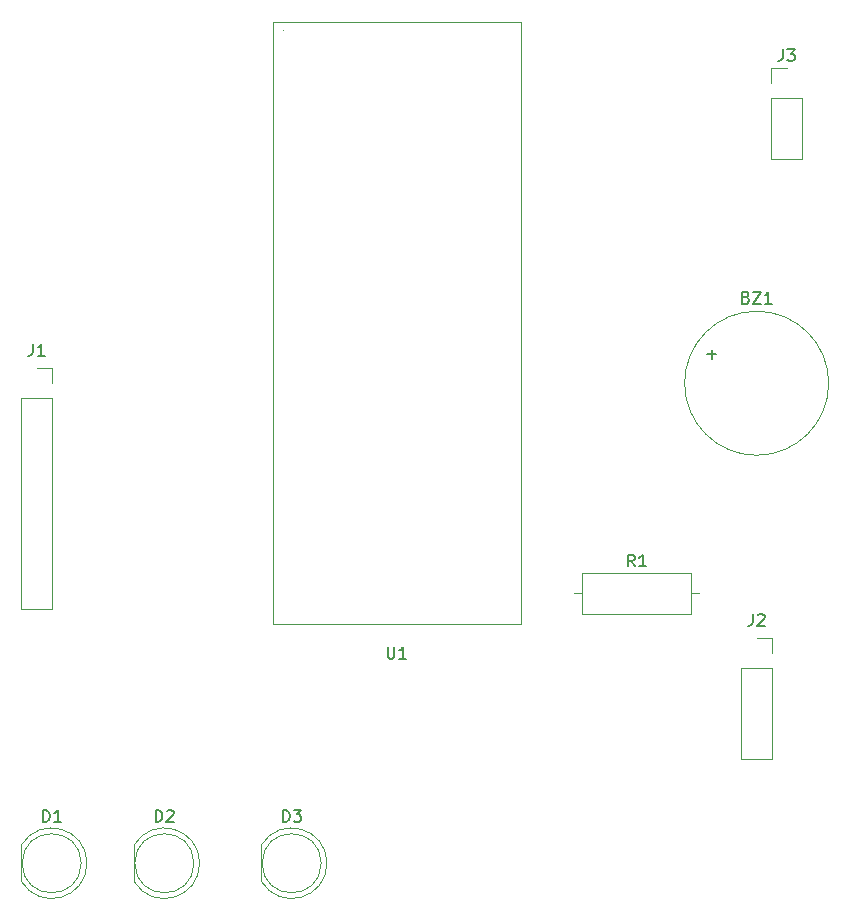
<source format=gbr>
%TF.GenerationSoftware,KiCad,Pcbnew,(6.0.9)*%
%TF.CreationDate,2022-11-16T12:37:32-05:00*%
%TF.ProjectId,Project.1,50726f6a-6563-4742-9e31-2e6b69636164,rev?*%
%TF.SameCoordinates,Original*%
%TF.FileFunction,Legend,Top*%
%TF.FilePolarity,Positive*%
%FSLAX46Y46*%
G04 Gerber Fmt 4.6, Leading zero omitted, Abs format (unit mm)*
G04 Created by KiCad (PCBNEW (6.0.9)) date 2022-11-16 12:37:32*
%MOMM*%
%LPD*%
G01*
G04 APERTURE LIST*
%ADD10C,0.150000*%
%ADD11C,0.120000*%
%ADD12C,1.600000*%
%ADD13O,1.600000X1.600000*%
%ADD14R,1.700000X1.700000*%
%ADD15O,1.700000X1.700000*%
%ADD16R,2.000000X2.000000*%
%ADD17C,2.000000*%
%ADD18R,1.800000X1.800000*%
%ADD19C,1.800000*%
%ADD20C,1.524000*%
G04 APERTURE END LIST*
D10*
%TO.C,R1*%
X149693333Y-91712380D02*
X149360000Y-91236190D01*
X149121904Y-91712380D02*
X149121904Y-90712380D01*
X149502857Y-90712380D01*
X149598095Y-90760000D01*
X149645714Y-90807619D01*
X149693333Y-90902857D01*
X149693333Y-91045714D01*
X149645714Y-91140952D01*
X149598095Y-91188571D01*
X149502857Y-91236190D01*
X149121904Y-91236190D01*
X150645714Y-91712380D02*
X150074285Y-91712380D01*
X150360000Y-91712380D02*
X150360000Y-90712380D01*
X150264761Y-90855238D01*
X150169523Y-90950476D01*
X150074285Y-90998095D01*
%TO.C,J1*%
X98726666Y-72882380D02*
X98726666Y-73596666D01*
X98679047Y-73739523D01*
X98583809Y-73834761D01*
X98440952Y-73882380D01*
X98345714Y-73882380D01*
X99726666Y-73882380D02*
X99155238Y-73882380D01*
X99440952Y-73882380D02*
X99440952Y-72882380D01*
X99345714Y-73025238D01*
X99250476Y-73120476D01*
X99155238Y-73168095D01*
%TO.C,J3*%
X162226666Y-47922380D02*
X162226666Y-48636666D01*
X162179047Y-48779523D01*
X162083809Y-48874761D01*
X161940952Y-48922380D01*
X161845714Y-48922380D01*
X162607619Y-47922380D02*
X163226666Y-47922380D01*
X162893333Y-48303333D01*
X163036190Y-48303333D01*
X163131428Y-48350952D01*
X163179047Y-48398571D01*
X163226666Y-48493809D01*
X163226666Y-48731904D01*
X163179047Y-48827142D01*
X163131428Y-48874761D01*
X163036190Y-48922380D01*
X162750476Y-48922380D01*
X162655238Y-48874761D01*
X162607619Y-48827142D01*
%TO.C,J2*%
X159686666Y-95742380D02*
X159686666Y-96456666D01*
X159639047Y-96599523D01*
X159543809Y-96694761D01*
X159400952Y-96742380D01*
X159305714Y-96742380D01*
X160115238Y-95837619D02*
X160162857Y-95790000D01*
X160258095Y-95742380D01*
X160496190Y-95742380D01*
X160591428Y-95790000D01*
X160639047Y-95837619D01*
X160686666Y-95932857D01*
X160686666Y-96028095D01*
X160639047Y-96170952D01*
X160067619Y-96742380D01*
X160686666Y-96742380D01*
%TO.C,BZ1*%
X159139047Y-68928571D02*
X159281904Y-68976190D01*
X159329523Y-69023809D01*
X159377142Y-69119047D01*
X159377142Y-69261904D01*
X159329523Y-69357142D01*
X159281904Y-69404761D01*
X159186666Y-69452380D01*
X158805714Y-69452380D01*
X158805714Y-68452380D01*
X159139047Y-68452380D01*
X159234285Y-68500000D01*
X159281904Y-68547619D01*
X159329523Y-68642857D01*
X159329523Y-68738095D01*
X159281904Y-68833333D01*
X159234285Y-68880952D01*
X159139047Y-68928571D01*
X158805714Y-68928571D01*
X159710476Y-68452380D02*
X160377142Y-68452380D01*
X159710476Y-69452380D01*
X160377142Y-69452380D01*
X161281904Y-69452380D02*
X160710476Y-69452380D01*
X160996190Y-69452380D02*
X160996190Y-68452380D01*
X160900952Y-68595238D01*
X160805714Y-68690476D01*
X160710476Y-68738095D01*
X155829047Y-73731428D02*
X156590952Y-73731428D01*
X156210000Y-74112380D02*
X156210000Y-73350476D01*
%TO.C,D2*%
X109131904Y-113332380D02*
X109131904Y-112332380D01*
X109370000Y-112332380D01*
X109512857Y-112380000D01*
X109608095Y-112475238D01*
X109655714Y-112570476D01*
X109703333Y-112760952D01*
X109703333Y-112903809D01*
X109655714Y-113094285D01*
X109608095Y-113189523D01*
X109512857Y-113284761D01*
X109370000Y-113332380D01*
X109131904Y-113332380D01*
X110084285Y-112427619D02*
X110131904Y-112380000D01*
X110227142Y-112332380D01*
X110465238Y-112332380D01*
X110560476Y-112380000D01*
X110608095Y-112427619D01*
X110655714Y-112522857D01*
X110655714Y-112618095D01*
X110608095Y-112760952D01*
X110036666Y-113332380D01*
X110655714Y-113332380D01*
%TO.C,U1*%
X128778095Y-98512380D02*
X128778095Y-99321904D01*
X128825714Y-99417142D01*
X128873333Y-99464761D01*
X128968571Y-99512380D01*
X129159047Y-99512380D01*
X129254285Y-99464761D01*
X129301904Y-99417142D01*
X129349523Y-99321904D01*
X129349523Y-98512380D01*
X130349523Y-99512380D02*
X129778095Y-99512380D01*
X130063809Y-99512380D02*
X130063809Y-98512380D01*
X129968571Y-98655238D01*
X129873333Y-98750476D01*
X129778095Y-98798095D01*
%TO.C,D1*%
X99591904Y-113332380D02*
X99591904Y-112332380D01*
X99830000Y-112332380D01*
X99972857Y-112380000D01*
X100068095Y-112475238D01*
X100115714Y-112570476D01*
X100163333Y-112760952D01*
X100163333Y-112903809D01*
X100115714Y-113094285D01*
X100068095Y-113189523D01*
X99972857Y-113284761D01*
X99830000Y-113332380D01*
X99591904Y-113332380D01*
X101115714Y-113332380D02*
X100544285Y-113332380D01*
X100830000Y-113332380D02*
X100830000Y-112332380D01*
X100734761Y-112475238D01*
X100639523Y-112570476D01*
X100544285Y-112618095D01*
%TO.C,D3*%
X119911904Y-113332380D02*
X119911904Y-112332380D01*
X120150000Y-112332380D01*
X120292857Y-112380000D01*
X120388095Y-112475238D01*
X120435714Y-112570476D01*
X120483333Y-112760952D01*
X120483333Y-112903809D01*
X120435714Y-113094285D01*
X120388095Y-113189523D01*
X120292857Y-113284761D01*
X120150000Y-113332380D01*
X119911904Y-113332380D01*
X120816666Y-112332380D02*
X121435714Y-112332380D01*
X121102380Y-112713333D01*
X121245238Y-112713333D01*
X121340476Y-112760952D01*
X121388095Y-112808571D01*
X121435714Y-112903809D01*
X121435714Y-113141904D01*
X121388095Y-113237142D01*
X121340476Y-113284761D01*
X121245238Y-113332380D01*
X120959523Y-113332380D01*
X120864285Y-113284761D01*
X120816666Y-113237142D01*
D11*
%TO.C,R1*%
X145240000Y-95700000D02*
X154480000Y-95700000D01*
X154480000Y-92260000D02*
X145240000Y-92260000D01*
X155170000Y-93980000D02*
X154480000Y-93980000D01*
X154480000Y-95700000D02*
X154480000Y-92260000D01*
X144550000Y-93980000D02*
X145240000Y-93980000D01*
X145240000Y-92260000D02*
X145240000Y-95700000D01*
%TO.C,J1*%
X97730000Y-77470000D02*
X100390000Y-77470000D01*
X97730000Y-77470000D02*
X97730000Y-95310000D01*
X99060000Y-74870000D02*
X100390000Y-74870000D01*
X97730000Y-95310000D02*
X100390000Y-95310000D01*
X100390000Y-74870000D02*
X100390000Y-76200000D01*
X100390000Y-77470000D02*
X100390000Y-95310000D01*
%TO.C,J3*%
X163890000Y-52070000D02*
X163890000Y-57210000D01*
X161230000Y-52070000D02*
X161230000Y-57210000D01*
X161230000Y-57210000D02*
X163890000Y-57210000D01*
X161230000Y-52070000D02*
X163890000Y-52070000D01*
X161230000Y-49470000D02*
X162560000Y-49470000D01*
X161230000Y-50800000D02*
X161230000Y-49470000D01*
%TO.C,J2*%
X158690000Y-108010000D02*
X161350000Y-108010000D01*
X161350000Y-100330000D02*
X161350000Y-108010000D01*
X158690000Y-100330000D02*
X161350000Y-100330000D01*
X158690000Y-100330000D02*
X158690000Y-108010000D01*
X161350000Y-97730000D02*
X161350000Y-99060000D01*
X160020000Y-97730000D02*
X161350000Y-97730000D01*
%TO.C,BZ1*%
X166120000Y-76200000D02*
G75*
G03*
X166120000Y-76200000I-6100000J0D01*
G01*
%TO.C,D2*%
X107310000Y-115295000D02*
X107310000Y-118385000D01*
X112860000Y-116840462D02*
G75*
G03*
X107310000Y-115295170I-2990000J462D01*
G01*
X107310000Y-118384830D02*
G75*
G03*
X112860000Y-116839538I2560000J1544830D01*
G01*
X112370000Y-116840000D02*
G75*
G03*
X112370000Y-116840000I-2500000J0D01*
G01*
%TO.C,U1*%
X119040000Y-45620000D02*
X119040000Y-96620000D01*
X119040000Y-96620000D02*
X140040000Y-96620000D01*
X119880000Y-46290000D02*
X119880000Y-46310000D01*
X140040000Y-45620000D02*
X140040000Y-96620000D01*
X119040000Y-45620000D02*
X140040000Y-45620000D01*
%TO.C,D1*%
X97770000Y-115295000D02*
X97770000Y-118385000D01*
X103320000Y-116840462D02*
G75*
G03*
X97770000Y-115295170I-2990000J462D01*
G01*
X97770000Y-118384830D02*
G75*
G03*
X103320000Y-116839538I2560000J1544830D01*
G01*
X102830000Y-116840000D02*
G75*
G03*
X102830000Y-116840000I-2500000J0D01*
G01*
%TO.C,D3*%
X118090000Y-115295000D02*
X118090000Y-118385000D01*
X123640000Y-116840462D02*
G75*
G03*
X118090000Y-115295170I-2990000J462D01*
G01*
X118090000Y-118384830D02*
G75*
G03*
X123640000Y-116839538I2560000J1544830D01*
G01*
X123150000Y-116840000D02*
G75*
G03*
X123150000Y-116840000I-2500000J0D01*
G01*
%TD*%
%LPC*%
D12*
%TO.C,R1*%
X143510000Y-93980000D03*
D13*
X156210000Y-93980000D03*
%TD*%
D14*
%TO.C,J1*%
X99060000Y-76200000D03*
D15*
X99060000Y-78740000D03*
X99060000Y-81280000D03*
X99060000Y-83820000D03*
X99060000Y-86360000D03*
X99060000Y-88900000D03*
X99060000Y-91440000D03*
X99060000Y-93980000D03*
%TD*%
D14*
%TO.C,J3*%
X162560000Y-50800000D03*
D15*
X162560000Y-53340000D03*
X162560000Y-55880000D03*
%TD*%
D14*
%TO.C,J2*%
X160020000Y-99060000D03*
D15*
X160020000Y-101600000D03*
X160020000Y-104140000D03*
X160020000Y-106680000D03*
%TD*%
D16*
%TO.C,BZ1*%
X156220000Y-76200000D03*
D17*
X163820000Y-76200000D03*
%TD*%
D18*
%TO.C,D2*%
X108600000Y-116840000D03*
D19*
X111140000Y-116840000D03*
%TD*%
D20*
%TO.C,U1*%
X120680000Y-46990000D03*
X120680000Y-49530000D03*
X120680000Y-52070000D03*
X120690000Y-54610000D03*
X120680000Y-57150000D03*
X120680000Y-59690000D03*
X120680000Y-62230000D03*
X120680000Y-64770000D03*
X120680000Y-67310000D03*
X120680000Y-69850000D03*
X120680000Y-72390000D03*
X120680000Y-74930000D03*
X120680000Y-77470000D03*
X120680000Y-80010000D03*
X120680000Y-82550000D03*
X120680000Y-85090000D03*
X120680000Y-87630000D03*
X120680000Y-90170000D03*
X120680000Y-92710000D03*
X120680000Y-95250000D03*
X138460000Y-95250000D03*
X138460000Y-92710000D03*
X138460000Y-90170000D03*
X138460000Y-87630000D03*
X138460000Y-85090000D03*
X138460000Y-82550000D03*
X138460000Y-80010000D03*
X138460000Y-77470000D03*
X138460000Y-74930000D03*
X138460000Y-72390000D03*
X138460000Y-69850000D03*
X138460000Y-67310000D03*
X138460000Y-64770000D03*
X138460000Y-62230000D03*
X138460000Y-59690000D03*
X138460000Y-57150000D03*
X138460000Y-54610000D03*
X138460000Y-52070000D03*
X138460000Y-49530000D03*
X138460000Y-46990000D03*
%TD*%
D18*
%TO.C,D1*%
X99060000Y-116840000D03*
D19*
X101600000Y-116840000D03*
%TD*%
D18*
%TO.C,D3*%
X119380000Y-116840000D03*
D19*
X121920000Y-116840000D03*
%TD*%
M02*

</source>
